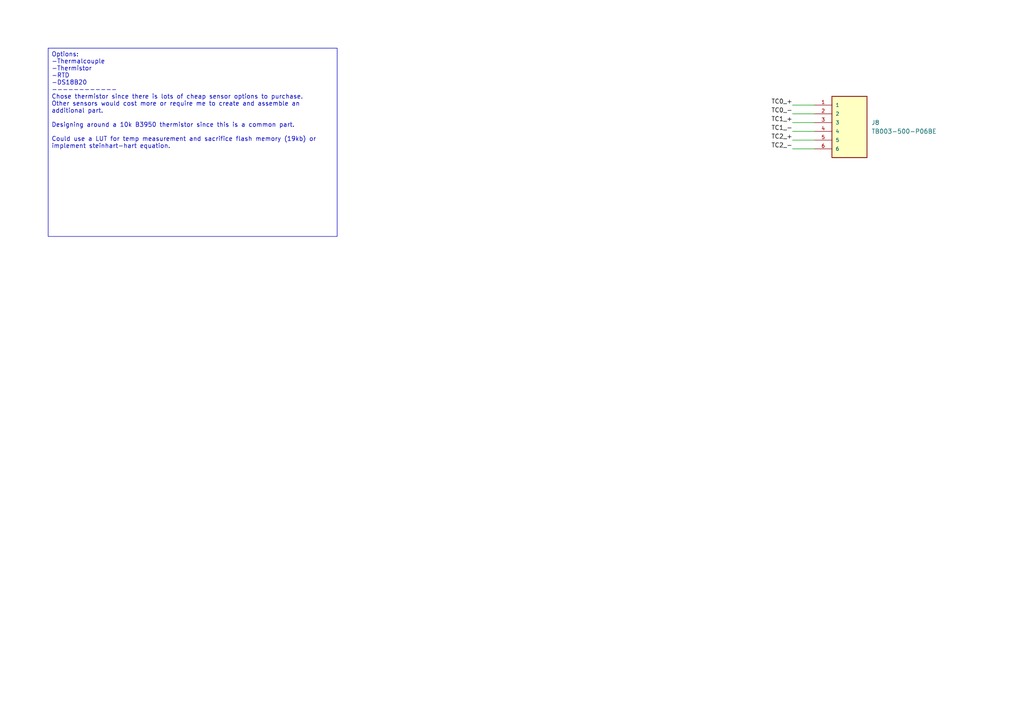
<source format=kicad_sch>
(kicad_sch
	(version 20231120)
	(generator "eeschema")
	(generator_version "8.0")
	(uuid "8003aaf7-8817-4f7f-8b3f-349b75229a56")
	(paper "A4")
	(lib_symbols
		(symbol "TB003-500-P06BE:TB003-500-P06BE"
			(pin_names
				(offset 1.016)
			)
			(exclude_from_sim no)
			(in_bom yes)
			(on_board yes)
			(property "Reference" "J"
				(at -5.588 10.16 0)
				(effects
					(font
						(size 1.27 1.27)
					)
					(justify left bottom)
				)
			)
			(property "Value" "TB003-500-P06BE"
				(at -5.08 -10.16 0)
				(effects
					(font
						(size 1.27 1.27)
					)
					(justify left bottom)
				)
			)
			(property "Footprint" "CUI_TB003-500-P06BE"
				(at 0 0 0)
				(effects
					(font
						(size 1.27 1.27)
					)
					(justify left bottom)
					(hide yes)
				)
			)
			(property "Datasheet" ""
				(at 0 0 0)
				(effects
					(font
						(size 1.27 1.27)
					)
					(justify left bottom)
					(hide yes)
				)
			)
			(property "Description" "Manufacturer Recommendations"
				(at 0 0 0)
				(effects
					(font
						(size 1.27 1.27)
					)
					(justify left bottom)
					(hide yes)
				)
			)
			(property "MANUFACTURER" "CUI"
				(at 0 0 0)
				(effects
					(font
						(size 1.27 1.27)
					)
					(justify left bottom)
					(hide yes)
				)
			)
			(property "ki_locked" ""
				(at 0 0 0)
				(effects
					(font
						(size 1.27 1.27)
					)
				)
			)
			(symbol "TB003-500-P06BE_0_0"
				(rectangle
					(start -5.08 -7.62)
					(end 5.08 10.16)
					(stroke
						(width 0.254)
						(type solid)
					)
					(fill
						(type background)
					)
				)
				(pin passive line
					(at -10.16 7.62 0)
					(length 5.08)
					(name "1"
						(effects
							(font
								(size 1.016 1.016)
							)
						)
					)
					(number "1"
						(effects
							(font
								(size 1.016 1.016)
							)
						)
					)
				)
				(pin passive line
					(at -10.16 5.08 0)
					(length 5.08)
					(name "2"
						(effects
							(font
								(size 1.016 1.016)
							)
						)
					)
					(number "2"
						(effects
							(font
								(size 1.016 1.016)
							)
						)
					)
				)
				(pin passive line
					(at -10.16 2.54 0)
					(length 5.08)
					(name "3"
						(effects
							(font
								(size 1.016 1.016)
							)
						)
					)
					(number "3"
						(effects
							(font
								(size 1.016 1.016)
							)
						)
					)
				)
				(pin passive line
					(at -10.16 0 0)
					(length 5.08)
					(name "4"
						(effects
							(font
								(size 1.016 1.016)
							)
						)
					)
					(number "4"
						(effects
							(font
								(size 1.016 1.016)
							)
						)
					)
				)
				(pin passive line
					(at -10.16 -2.54 0)
					(length 5.08)
					(name "5"
						(effects
							(font
								(size 1.016 1.016)
							)
						)
					)
					(number "5"
						(effects
							(font
								(size 1.016 1.016)
							)
						)
					)
				)
				(pin passive line
					(at -10.16 -5.08 0)
					(length 5.08)
					(name "6"
						(effects
							(font
								(size 1.016 1.016)
							)
						)
					)
					(number "6"
						(effects
							(font
								(size 1.016 1.016)
							)
						)
					)
				)
			)
		)
	)
	(wire
		(pts
			(xy 229.87 43.18) (xy 236.22 43.18)
		)
		(stroke
			(width 0)
			(type default)
		)
		(uuid "2e444a1b-935a-44f0-89db-cfc935dc65ea")
	)
	(wire
		(pts
			(xy 229.87 40.64) (xy 236.22 40.64)
		)
		(stroke
			(width 0)
			(type default)
		)
		(uuid "7749f4e9-15cd-4f5c-bc81-0f5c45b20d19")
	)
	(wire
		(pts
			(xy 229.87 30.48) (xy 236.22 30.48)
		)
		(stroke
			(width 0)
			(type default)
		)
		(uuid "a062dde3-4819-4dfa-b634-363c44bce7b0")
	)
	(wire
		(pts
			(xy 229.87 33.02) (xy 236.22 33.02)
		)
		(stroke
			(width 0)
			(type default)
		)
		(uuid "ad6d4f36-2c65-471e-a3a8-cfa9d13b6f45")
	)
	(wire
		(pts
			(xy 229.87 38.1) (xy 236.22 38.1)
		)
		(stroke
			(width 0)
			(type default)
		)
		(uuid "c4052185-b6e2-46a1-9ea0-24656c7d671d")
	)
	(wire
		(pts
			(xy 229.87 35.56) (xy 236.22 35.56)
		)
		(stroke
			(width 0)
			(type default)
		)
		(uuid "c5a96103-4300-484d-a5e3-30d5c6d3e637")
	)
	(text_box "Options:\n-Thermalcouple\n-Thermistor\n-RTD\n-DS18B20\n------------\nChose thermistor since there is lots of cheap sensor options to purchase.\nOther sensors would cost more or require me to create and assemble an additional part.\n\nDesigning around a 10k B3950 thermistor since this is a common part.\n\nCould use a LUT for temp measurement and sacrifice flash memory (19kb) or implement steinhart-hart equation.\n"
		(exclude_from_sim no)
		(at 13.97 13.97 0)
		(size 83.82 54.61)
		(stroke
			(width 0)
			(type default)
		)
		(fill
			(type none)
		)
		(effects
			(font
				(size 1.27 1.27)
			)
			(justify left top)
		)
		(uuid "058f7801-18bf-4c7f-b654-8068fea151d3")
	)
	(label "TC0_-"
		(at 229.87 33.02 180)
		(fields_autoplaced yes)
		(effects
			(font
				(size 1.27 1.27)
			)
			(justify right bottom)
		)
		(uuid "2822af36-444a-43cf-b511-7ccbf45da599")
	)
	(label "TC1_-"
		(at 229.87 38.1 180)
		(fields_autoplaced yes)
		(effects
			(font
				(size 1.27 1.27)
			)
			(justify right bottom)
		)
		(uuid "4aa3f9b9-4b91-4f33-885b-3cbf3cb52832")
	)
	(label "TC1_+"
		(at 229.87 35.56 180)
		(fields_autoplaced yes)
		(effects
			(font
				(size 1.27 1.27)
			)
			(justify right bottom)
		)
		(uuid "7e0b65ec-fa3a-4fdc-a614-c7f6150dade5")
	)
	(label "TC0_+"
		(at 229.87 30.48 180)
		(fields_autoplaced yes)
		(effects
			(font
				(size 1.27 1.27)
			)
			(justify right bottom)
		)
		(uuid "b9da563b-5108-4c8a-9b19-44844ad771c1")
	)
	(label "TC2_+"
		(at 229.87 40.64 180)
		(fields_autoplaced yes)
		(effects
			(font
				(size 1.27 1.27)
			)
			(justify right bottom)
		)
		(uuid "d7466b66-e8fa-4c63-b36f-97d1afeecf0f")
	)
	(label "TC2_-"
		(at 229.87 43.18 180)
		(fields_autoplaced yes)
		(effects
			(font
				(size 1.27 1.27)
			)
			(justify right bottom)
		)
		(uuid "dfa14cf3-7b4f-4fb6-b444-3112a3505a7f")
	)
	(symbol
		(lib_id "TB003-500-P06BE:TB003-500-P06BE")
		(at 246.38 38.1 0)
		(unit 1)
		(exclude_from_sim no)
		(in_bom yes)
		(on_board yes)
		(dnp no)
		(fields_autoplaced yes)
		(uuid "70282596-0243-4a00-8530-32e4bdfd529d")
		(property "Reference" "J8"
			(at 252.73 35.5599 0)
			(effects
				(font
					(size 1.27 1.27)
				)
				(justify left)
			)
		)
		(property "Value" "TB003-500-P06BE"
			(at 252.73 38.0999 0)
			(effects
				(font
					(size 1.27 1.27)
				)
				(justify left)
			)
		)
		(property "Footprint" "CUI_TB003-500-P06BE"
			(at 246.38 38.1 0)
			(effects
				(font
					(size 1.27 1.27)
				)
				(justify left bottom)
				(hide yes)
			)
		)
		(property "Datasheet" ""
			(at 246.38 38.1 0)
			(effects
				(font
					(size 1.27 1.27)
				)
				(justify left bottom)
				(hide yes)
			)
		)
		(property "Description" "Manufacturer Recommendations"
			(at 246.38 38.1 0)
			(effects
				(font
					(size 1.27 1.27)
				)
				(justify left bottom)
				(hide yes)
			)
		)
		(property "MANUFACTURER" "CUI"
			(at 246.38 38.1 0)
			(effects
				(font
					(size 1.27 1.27)
				)
				(justify left bottom)
				(hide yes)
			)
		)
		(pin "6"
			(uuid "709d65a3-7e78-4830-8236-2f4ba9ba1878")
		)
		(pin "1"
			(uuid "439a01e8-8247-45e3-88c9-81224916d6e2")
		)
		(pin "4"
			(uuid "af5c8ded-40c9-42e3-9649-69b7f70384fe")
		)
		(pin "5"
			(uuid "5ae6dc45-d5ca-4fb5-a768-6e34a3ead2d9")
		)
		(pin "3"
			(uuid "acfb64dd-690e-45e3-85b1-89f36aff66d7")
		)
		(pin "2"
			(uuid "c3a77114-c729-4c38-b0bb-f651776373cb")
		)
		(instances
			(project "Garden Control System"
				(path "/be495e14-3da3-4129-8396-1871cb6cba29/b8477d79-d6f3-4f63-badf-d685450b3edf"
					(reference "J8")
					(unit 1)
				)
			)
		)
	)
)
</source>
